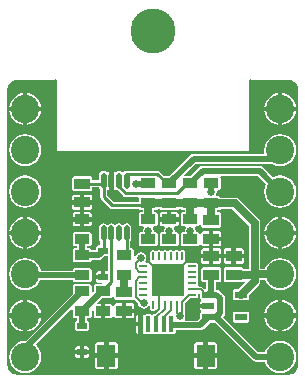
<source format=gtl>
G04 Layer_Physical_Order=1*
G04 Layer_Color=6120410*
%FSAX24Y24*%
%MOIN*%
G70*
G01*
G75*
%ADD10R,0.0531X0.0374*%
%ADD11R,0.0512X0.0335*%
%ADD12R,0.0327X0.0248*%
%ADD13R,0.0413X0.0236*%
%ADD14R,0.0630X0.0748*%
%ADD15R,0.0157X0.0531*%
%ADD16R,0.1055X0.1055*%
%ADD17O,0.0315X0.0079*%
%ADD18O,0.0079X0.0315*%
%ADD19O,0.0190X0.0531*%
%ADD20C,0.0200*%
%ADD21C,0.0100*%
%ADD22C,0.0250*%
%ADD23C,0.0060*%
%ADD24C,0.0150*%
%ADD25C,0.0080*%
%ADD26C,0.0945*%
%ADD27C,0.0250*%
%ADD28C,0.1500*%
G36*
X208056Y137452D02*
X208067D01*
X208078Y137449D01*
X208127Y137447D01*
X208131Y137448D01*
X208135Y137447D01*
X209300Y137447D01*
X209334D01*
X209401Y137434D01*
X209464Y137408D01*
X209521Y137370D01*
X209570Y137321D01*
X209608Y137264D01*
X209634Y137201D01*
X209647Y137134D01*
X209647Y137100D01*
Y127950D01*
Y127916D01*
X209634Y127849D01*
X209608Y127786D01*
X209570Y127729D01*
X209521Y127680D01*
X209464Y127642D01*
X209401Y127616D01*
X209334Y127603D01*
X200266D01*
X200199Y127616D01*
X200136Y127642D01*
X200079Y127680D01*
X200030Y127729D01*
X199992Y127786D01*
X199966Y127849D01*
X199953Y127916D01*
Y127950D01*
Y137100D01*
Y137134D01*
X199966Y137201D01*
X199992Y137264D01*
X200030Y137321D01*
X200079Y137370D01*
X200136Y137408D01*
X200199Y137434D01*
X200265Y137447D01*
X200299Y137447D01*
X200300Y137447D01*
X200300Y137447D01*
X201515D01*
X201519Y137447D01*
X201523Y137447D01*
X201550Y137448D01*
X201594Y137416D01*
X201600Y137407D01*
X201600Y135050D01*
X208000Y135050D01*
X208000Y137424D01*
X208039Y137455D01*
X208056Y137452D01*
D02*
G37*
%LPC*%
G36*
X200475Y130105D02*
X200411Y130097D01*
X200281Y130043D01*
X200170Y129958D01*
X200085Y129846D01*
X200031Y129717D01*
X200023Y129653D01*
X200475D01*
Y130105D01*
D02*
G37*
G36*
X209125D02*
Y129653D01*
X209577D01*
X209569Y129717D01*
X209515Y129846D01*
X209430Y129958D01*
X209319Y130043D01*
X209189Y130097D01*
X209125Y130105D01*
D02*
G37*
G36*
X204116Y129987D02*
X203925D01*
Y129810D01*
X204181D01*
Y129922D01*
X204162Y129968D01*
X204116Y129987D01*
D02*
G37*
G36*
X200625Y130105D02*
Y129653D01*
X201077D01*
X201069Y129717D01*
X201015Y129846D01*
X200930Y129958D01*
X200819Y130043D01*
X200689Y130097D01*
X200625Y130105D01*
D02*
G37*
G36*
X204325Y129631D02*
X204321D01*
X204275Y129612D01*
X204256Y129566D01*
Y129375D01*
X204325D01*
Y129631D01*
D02*
G37*
G36*
X207948Y129709D02*
X207535D01*
X207489Y129690D01*
X207470Y129644D01*
Y129408D01*
X207489Y129362D01*
X207535Y129343D01*
X207948D01*
X207994Y129362D01*
X208013Y129408D01*
Y129644D01*
X207994Y129690D01*
X207948Y129709D01*
D02*
G37*
G36*
X208975Y130105D02*
X208911Y130097D01*
X208781Y130043D01*
X208670Y129958D01*
X208585Y129846D01*
X208531Y129717D01*
X208523Y129653D01*
X208975D01*
Y130105D01*
D02*
G37*
G36*
X204181Y129660D02*
X203925D01*
Y129483D01*
X204116D01*
X204162Y129502D01*
X204181Y129548D01*
Y129660D01*
D02*
G37*
G36*
X203775Y129987D02*
X203584D01*
X203538Y129968D01*
X203519Y129922D01*
Y129886D01*
X203471Y129883D01*
X203452Y129929D01*
X203406Y129948D01*
X203225D01*
Y129715D01*
Y129483D01*
X203406D01*
X203452Y129502D01*
X203471Y129548D01*
X203519D01*
X203538Y129502D01*
X203584Y129483D01*
X203775D01*
Y129735D01*
Y129987D01*
D02*
G37*
G36*
X206675Y131490D02*
X206419D01*
Y131378D01*
X206438Y131332D01*
X206484Y131313D01*
X206675D01*
Y131490D01*
D02*
G37*
G36*
X207831Y131490D02*
X207575D01*
Y131313D01*
X207766D01*
X207812Y131332D01*
X207831Y131378D01*
Y131490D01*
D02*
G37*
G36*
X206675Y131817D02*
X206484D01*
X206438Y131798D01*
X206419Y131752D01*
Y131640D01*
X206675D01*
Y131817D01*
D02*
G37*
G36*
X207081Y131490D02*
X206825D01*
Y131313D01*
X207016D01*
X207062Y131332D01*
X207081Y131378D01*
Y131490D01*
D02*
G37*
G36*
X200550Y131493D02*
X200411Y131475D01*
X200281Y131421D01*
X200170Y131336D01*
X200085Y131224D01*
X200031Y131095D01*
X200013Y130956D01*
X200031Y130817D01*
X200085Y130687D01*
X200170Y130576D01*
X200281Y130491D01*
X200411Y130437D01*
X200550Y130419D01*
X200689Y130437D01*
X200819Y130491D01*
X200930Y130576D01*
X201015Y130687D01*
X201042Y130752D01*
X202129D01*
Y130748D01*
X202148Y130702D01*
X202194Y130683D01*
X202706D01*
X202752Y130702D01*
X202771Y130748D01*
Y131083D01*
X202752Y131129D01*
X202706Y131148D01*
X202194D01*
X202148Y131129D01*
X202129Y131083D01*
Y131078D01*
X201071D01*
X201069Y131095D01*
X201015Y131224D01*
X200930Y131336D01*
X200819Y131421D01*
X200689Y131475D01*
X200550Y131493D01*
D02*
G37*
G36*
X207016Y131817D02*
X206825D01*
Y131640D01*
X207081D01*
Y131752D01*
X207062Y131798D01*
X207016Y131817D01*
D02*
G37*
G36*
X207425Y131490D02*
X207169D01*
Y131378D01*
X207188Y131332D01*
X207234Y131313D01*
X207425D01*
Y131490D01*
D02*
G37*
G36*
X203075Y131050D02*
X202987D01*
X202941Y131031D01*
X202922Y130985D01*
Y130936D01*
X203075D01*
Y131050D01*
D02*
G37*
G36*
X202678Y128286D02*
X202525D01*
Y128172D01*
X202613D01*
X202659Y128191D01*
X202678Y128237D01*
Y128286D01*
D02*
G37*
G36*
X202375D02*
X202222D01*
Y128237D01*
X202241Y128191D01*
X202287Y128172D01*
X202375D01*
Y128286D01*
D02*
G37*
G36*
X203183Y128686D02*
X202943D01*
X202897Y128667D01*
X202878Y128621D01*
Y128322D01*
X203183D01*
Y128686D01*
D02*
G37*
G36*
X206490D02*
X206250D01*
X206204Y128667D01*
X206185Y128621D01*
Y128322D01*
X206490D01*
Y128686D01*
D02*
G37*
G36*
X203638Y128172D02*
X203333D01*
Y127808D01*
X203573D01*
X203619Y127827D01*
X203638Y127873D01*
Y128172D01*
D02*
G37*
G36*
X203183D02*
X202878D01*
Y127873D01*
X202897Y127827D01*
X202943Y127808D01*
X203183D01*
Y128172D01*
D02*
G37*
G36*
X206945D02*
X206640D01*
Y127808D01*
X206880D01*
X206926Y127827D01*
X206945Y127873D01*
Y128172D01*
D02*
G37*
G36*
X206490D02*
X206185D01*
Y127873D01*
X206204Y127827D01*
X206250Y127808D01*
X206490D01*
Y128172D01*
D02*
G37*
G36*
X203573Y128686D02*
X203333D01*
Y128322D01*
X203638D01*
Y128621D01*
X203619Y128667D01*
X203573Y128686D01*
D02*
G37*
G36*
X201077Y129503D02*
X200625D01*
Y129051D01*
X200689Y129059D01*
X200819Y129113D01*
X200930Y129198D01*
X201015Y129309D01*
X201069Y129439D01*
X201077Y129503D01*
D02*
G37*
G36*
X200475D02*
X200023D01*
X200031Y129439D01*
X200085Y129309D01*
X200170Y129198D01*
X200281Y129113D01*
X200411Y129059D01*
X200475Y129051D01*
Y129503D01*
D02*
G37*
G36*
X209577Y129503D02*
X209125D01*
Y129051D01*
X209189Y129059D01*
X209319Y129113D01*
X209430Y129198D01*
X209515Y129309D01*
X209569Y129439D01*
X209577Y129503D01*
D02*
G37*
G36*
X208975D02*
X208523D01*
X208531Y129439D01*
X208585Y129309D01*
X208670Y129198D01*
X208781Y129113D01*
X208911Y129059D01*
X208975Y129051D01*
Y129503D01*
D02*
G37*
G36*
X202375Y128550D02*
X202287D01*
X202241Y128531D01*
X202222Y128485D01*
Y128436D01*
X202375D01*
Y128550D01*
D02*
G37*
G36*
X206880Y128686D02*
X206640D01*
Y128322D01*
X206945D01*
Y128621D01*
X206926Y128667D01*
X206880Y128686D01*
D02*
G37*
G36*
X204325Y129225D02*
X204256D01*
Y129034D01*
X204275Y128988D01*
X204321Y128969D01*
X204325D01*
Y129225D01*
D02*
G37*
G36*
X202613Y128550D02*
X202525D01*
Y128436D01*
X202678D01*
Y128485D01*
X202659Y128531D01*
X202613Y128550D01*
D02*
G37*
G36*
X207425Y131817D02*
X207234D01*
X207188Y131798D01*
X207169Y131752D01*
Y131640D01*
X207425D01*
Y131817D01*
D02*
G37*
G36*
X202375Y133602D02*
X202184D01*
X202138Y133583D01*
X202119Y133537D01*
Y133425D01*
X202375D01*
Y133602D01*
D02*
G37*
G36*
X200550Y134249D02*
X200411Y134231D01*
X200281Y134177D01*
X200170Y134092D01*
X200085Y133980D01*
X200031Y133851D01*
X200013Y133712D01*
X200031Y133573D01*
X200085Y133443D01*
X200170Y133332D01*
X200281Y133247D01*
X200411Y133193D01*
X200550Y133175D01*
X200689Y133193D01*
X200819Y133247D01*
X200930Y133332D01*
X201015Y133443D01*
X201069Y133573D01*
X201087Y133712D01*
X201069Y133851D01*
X201015Y133980D01*
X200930Y134092D01*
X200819Y134177D01*
X200689Y134231D01*
X200550Y134249D01*
D02*
G37*
G36*
Y135627D02*
X200411Y135609D01*
X200281Y135555D01*
X200170Y135470D01*
X200085Y135358D01*
X200031Y135229D01*
X200013Y135090D01*
X200031Y134951D01*
X200085Y134821D01*
X200170Y134710D01*
X200281Y134625D01*
X200411Y134571D01*
X200550Y134553D01*
X200689Y134571D01*
X200819Y134625D01*
X200930Y134710D01*
X201015Y134821D01*
X201069Y134951D01*
X201087Y135090D01*
X201069Y135229D01*
X201015Y135358D01*
X200930Y135470D01*
X200819Y135555D01*
X200689Y135609D01*
X200550Y135627D01*
D02*
G37*
G36*
X202716Y133602D02*
X202525D01*
Y133425D01*
X202781D01*
Y133537D01*
X202762Y133583D01*
X202716Y133602D01*
D02*
G37*
G36*
X202706Y133017D02*
X202525D01*
Y132860D01*
X202771D01*
Y132952D01*
X202752Y132998D01*
X202706Y133017D01*
D02*
G37*
G36*
X205606D02*
X205425D01*
Y132860D01*
X205671D01*
Y132952D01*
X205652Y132998D01*
X205606Y133017D01*
D02*
G37*
G36*
X202781Y133275D02*
X202525D01*
Y133098D01*
X202716D01*
X202762Y133117D01*
X202781Y133163D01*
Y133275D01*
D02*
G37*
G36*
X202375D02*
X202119D01*
Y133163D01*
X202138Y133117D01*
X202184Y133098D01*
X202375D01*
Y133275D01*
D02*
G37*
G36*
X209050Y135627D02*
X208911Y135609D01*
X208781Y135555D01*
X208670Y135470D01*
X208585Y135358D01*
X208531Y135229D01*
X208513Y135090D01*
X208525Y135001D01*
X208492Y134963D01*
X206165D01*
X206103Y134951D01*
X206050Y134915D01*
X205352Y134217D01*
X205192D01*
X205029Y134379D01*
X204993Y134404D01*
X204950Y134412D01*
X204950Y134412D01*
X203966D01*
X203966Y134412D01*
X203923Y134404D01*
X203921Y134402D01*
X203873Y134393D01*
X203822Y134358D01*
X203790D01*
X203738Y134393D01*
X203678Y134405D01*
X203617Y134393D01*
X203585Y134371D01*
X203550Y134363D01*
X203515Y134371D01*
X203497Y134383D01*
Y134076D01*
Y133769D01*
X203515Y133781D01*
X203550Y133789D01*
X203585Y133781D01*
X203617Y133759D01*
X203635Y133756D01*
X203820Y133571D01*
X203820Y133571D01*
X203856Y133546D01*
X203899Y133538D01*
X204298D01*
X204331Y133488D01*
X204329Y133483D01*
Y133362D01*
X203505D01*
X203278Y133589D01*
Y133758D01*
X203328Y133781D01*
X203347Y133769D01*
Y134076D01*
Y134383D01*
X203310Y134358D01*
X203278D01*
X203227Y134393D01*
X203166Y134405D01*
X203106Y134393D01*
X203054Y134358D01*
X203020Y134307D01*
X203008Y134247D01*
Y134092D01*
X202781D01*
Y134167D01*
X202762Y134213D01*
X202716Y134232D01*
X202184D01*
X202138Y134213D01*
X202119Y134167D01*
Y133793D01*
X202138Y133747D01*
X202184Y133728D01*
X202716D01*
X202762Y133747D01*
X202781Y133793D01*
Y133868D01*
X203016D01*
X203020Y133845D01*
X203054Y133794D01*
Y133542D01*
X203054Y133542D01*
X203063Y133500D01*
X203087Y133463D01*
X203379Y133171D01*
X203416Y133146D01*
X203459Y133138D01*
X203459Y133138D01*
X204333D01*
X204348Y133102D01*
X204394Y133083D01*
X204461D01*
Y133017D01*
X204394D01*
X204348Y132998D01*
X204329Y132952D01*
Y132617D01*
X204348Y132571D01*
X204394Y132552D01*
X204469D01*
X204496Y132502D01*
X204476Y132472D01*
X204461Y132400D01*
X204464Y132386D01*
X204432Y132348D01*
X204394D01*
X204348Y132329D01*
X204329Y132283D01*
Y131948D01*
X204348Y131902D01*
X204394Y131883D01*
X204906D01*
X204952Y131902D01*
X204971Y131948D01*
Y132283D01*
X204952Y132329D01*
X204906Y132348D01*
X204868D01*
X204836Y132386D01*
X204839Y132400D01*
X204824Y132472D01*
X204804Y132502D01*
X204831Y132552D01*
X204906D01*
X204952Y132571D01*
X204971Y132617D01*
Y132952D01*
X204952Y132998D01*
X204906Y133017D01*
X204839D01*
Y133083D01*
X204906D01*
X204952Y133102D01*
X204962Y133127D01*
X205038D01*
X205048Y133102D01*
X205094Y133083D01*
X205606D01*
X205652Y133102D01*
X205662Y133127D01*
X205738D01*
X205748Y133102D01*
X205794Y133083D01*
X205861D01*
Y133017D01*
X205794D01*
X205748Y132998D01*
X205729Y132952D01*
Y132617D01*
X205748Y132571D01*
X205794Y132552D01*
X205869D01*
X205896Y132502D01*
X205876Y132472D01*
X205861Y132400D01*
X205864Y132386D01*
X205832Y132348D01*
X205794D01*
X205748Y132329D01*
X205729Y132283D01*
Y131948D01*
X205748Y131902D01*
X205794Y131883D01*
X206306D01*
X206352Y131902D01*
X206371Y131948D01*
X206419Y131948D01*
X206438Y131902D01*
X206484Y131883D01*
X206675D01*
Y132135D01*
Y132387D01*
X206484D01*
X206438Y132368D01*
X206419Y132322D01*
Y132286D01*
X206371Y132283D01*
X206352Y132329D01*
X206306Y132348D01*
X206268D01*
X206236Y132386D01*
X206239Y132400D01*
X206224Y132472D01*
X206204Y132502D01*
X206231Y132552D01*
X206306D01*
X206352Y132571D01*
X206371Y132617D01*
X206419Y132614D01*
Y132578D01*
X206438Y132532D01*
X206484Y132513D01*
X207016D01*
X207062Y132532D01*
X207081Y132578D01*
Y132952D01*
X207062Y132998D01*
X207016Y133017D01*
X206939D01*
Y133083D01*
X207006D01*
X207052Y133102D01*
X207062Y133127D01*
X207457D01*
X208011Y132572D01*
Y131124D01*
X207830D01*
X207812Y131168D01*
X207766Y131187D01*
X207234D01*
X207188Y131168D01*
X207169Y131122D01*
Y130748D01*
X207188Y130702D01*
X207234Y130683D01*
X207766D01*
X207812Y130702D01*
X207830Y130746D01*
X207882D01*
X207901Y130700D01*
X207658Y130457D01*
X207535D01*
X207489Y130438D01*
X207470Y130392D01*
Y130156D01*
X207489Y130110D01*
X207535Y130091D01*
X207713D01*
X207741Y130085D01*
X207769Y130091D01*
X207948D01*
X207994Y130110D01*
X208013Y130156D01*
Y130279D01*
X208333Y130599D01*
X208374Y130660D01*
X208389Y130733D01*
Y130767D01*
X208552D01*
X208585Y130687D01*
X208670Y130576D01*
X208781Y130491D01*
X208911Y130437D01*
X209050Y130419D01*
X209189Y130437D01*
X209319Y130491D01*
X209430Y130576D01*
X209515Y130687D01*
X209569Y130817D01*
X209587Y130956D01*
X209569Y131095D01*
X209515Y131224D01*
X209430Y131336D01*
X209319Y131421D01*
X209189Y131475D01*
X209050Y131493D01*
X208911Y131475D01*
X208781Y131421D01*
X208670Y131336D01*
X208585Y131224D01*
X208552Y131145D01*
X208389D01*
Y132650D01*
X208374Y132722D01*
X208333Y132783D01*
X207668Y133449D01*
X207607Y133490D01*
X207535Y133504D01*
X207062D01*
X207052Y133529D01*
X207006Y133548D01*
X206931D01*
X206904Y133598D01*
X206924Y133628D01*
X206939Y133700D01*
X206936Y133714D01*
X206968Y133752D01*
X207006D01*
X207052Y133771D01*
X207071Y133817D01*
Y134152D01*
X207056Y134187D01*
X207078Y134237D01*
X208294D01*
X208575Y133956D01*
X208531Y133851D01*
X208513Y133712D01*
X208531Y133573D01*
X208585Y133443D01*
X208670Y133332D01*
X208781Y133247D01*
X208911Y133193D01*
X209050Y133175D01*
X209189Y133193D01*
X209319Y133247D01*
X209430Y133332D01*
X209515Y133443D01*
X209569Y133573D01*
X209587Y133712D01*
X209569Y133851D01*
X209515Y133980D01*
X209430Y134092D01*
X209319Y134177D01*
X209189Y134231D01*
X209050Y134249D01*
X208911Y134231D01*
X208806Y134187D01*
X208477Y134515D01*
X208424Y134551D01*
X208362Y134563D01*
X206465D01*
X206403Y134551D01*
X206350Y134515D01*
X206052Y134217D01*
X205878D01*
X205859Y134263D01*
X206233Y134637D01*
X208760D01*
X208764Y134638D01*
X208781Y134625D01*
X208911Y134571D01*
X209050Y134553D01*
X209189Y134571D01*
X209319Y134625D01*
X209430Y134710D01*
X209515Y134821D01*
X209569Y134951D01*
X209587Y135090D01*
X209569Y135229D01*
X209515Y135358D01*
X209430Y135470D01*
X209319Y135555D01*
X209189Y135609D01*
X209050Y135627D01*
D02*
G37*
G36*
X209125Y136995D02*
Y136543D01*
X209577D01*
X209569Y136607D01*
X209515Y136736D01*
X209430Y136847D01*
X209319Y136933D01*
X209189Y136986D01*
X209125Y136995D01*
D02*
G37*
G36*
X208975Y136995D02*
X208911Y136986D01*
X208781Y136933D01*
X208670Y136847D01*
X208585Y136736D01*
X208531Y136607D01*
X208523Y136543D01*
X208975D01*
Y136995D01*
D02*
G37*
G36*
X200625Y136995D02*
Y136543D01*
X201077D01*
X201069Y136607D01*
X201015Y136736D01*
X200930Y136847D01*
X200819Y136933D01*
X200689Y136986D01*
X200625Y136995D01*
D02*
G37*
G36*
X200475D02*
X200411Y136986D01*
X200281Y136933D01*
X200170Y136847D01*
X200085Y136736D01*
X200031Y136607D01*
X200023Y136543D01*
X200475D01*
Y136995D01*
D02*
G37*
G36*
X201077Y136393D02*
X200625D01*
Y135941D01*
X200689Y135949D01*
X200819Y136003D01*
X200930Y136088D01*
X201015Y136199D01*
X201069Y136329D01*
X201077Y136393D01*
D02*
G37*
G36*
X200475D02*
X200023D01*
X200031Y136329D01*
X200085Y136199D01*
X200170Y136088D01*
X200281Y136003D01*
X200411Y135949D01*
X200475Y135941D01*
Y136393D01*
D02*
G37*
G36*
X209577Y136393D02*
X209125D01*
Y135941D01*
X209189Y135949D01*
X209319Y136003D01*
X209430Y136088D01*
X209515Y136199D01*
X209569Y136329D01*
X209577Y136393D01*
D02*
G37*
G36*
X208975D02*
X208523D01*
X208531Y136329D01*
X208585Y136199D01*
X208670Y136088D01*
X208781Y136003D01*
X208911Y135949D01*
X208975Y135941D01*
Y136393D01*
D02*
G37*
G36*
X202375Y133017D02*
X202194D01*
X202148Y132998D01*
X202129Y132952D01*
Y132860D01*
X202375D01*
Y133017D01*
D02*
G37*
G36*
X207081Y132060D02*
X206825D01*
Y131883D01*
X207016D01*
X207062Y131902D01*
X207081Y131948D01*
Y132060D01*
D02*
G37*
G36*
X209577Y132259D02*
X209125D01*
Y131807D01*
X209189Y131815D01*
X209319Y131869D01*
X209430Y131954D01*
X209515Y132065D01*
X209569Y132195D01*
X209577Y132259D01*
D02*
G37*
G36*
X207016Y132387D02*
X206825D01*
Y132210D01*
X207081D01*
Y132322D01*
X207062Y132368D01*
X207016Y132387D01*
D02*
G37*
G36*
X205671Y132710D02*
X205350D01*
X205029D01*
Y132617D01*
X205048Y132571D01*
X205094Y132552D01*
X205169D01*
X205196Y132502D01*
X205176Y132472D01*
X205161Y132400D01*
X205164Y132386D01*
X205132Y132348D01*
X205094D01*
X205048Y132329D01*
X205029Y132283D01*
Y131948D01*
X205048Y131902D01*
X205094Y131883D01*
X205606D01*
X205652Y131902D01*
X205671Y131948D01*
Y132283D01*
X205652Y132329D01*
X205606Y132348D01*
X205568D01*
X205536Y132386D01*
X205539Y132400D01*
X205524Y132472D01*
X205504Y132502D01*
X205531Y132552D01*
X205606D01*
X205652Y132571D01*
X205671Y132617D01*
Y132710D01*
D02*
G37*
G36*
X200475Y132259D02*
X200023D01*
X200031Y132195D01*
X200085Y132065D01*
X200170Y131954D01*
X200281Y131869D01*
X200411Y131815D01*
X200475Y131807D01*
Y132259D01*
D02*
G37*
G36*
X207766Y131817D02*
X207575D01*
Y131640D01*
X207831D01*
Y131752D01*
X207812Y131798D01*
X207766Y131817D01*
D02*
G37*
G36*
X208975Y132259D02*
X208523D01*
X208531Y132195D01*
X208585Y132065D01*
X208670Y131954D01*
X208781Y131869D01*
X208911Y131815D01*
X208975Y131807D01*
Y132259D01*
D02*
G37*
G36*
X201077Y132259D02*
X200625D01*
Y131807D01*
X200689Y131815D01*
X200819Y131869D01*
X200930Y131954D01*
X201015Y132065D01*
X201069Y132195D01*
X201077Y132259D01*
D02*
G37*
G36*
X208975Y132861D02*
X208911Y132853D01*
X208781Y132799D01*
X208670Y132714D01*
X208585Y132602D01*
X208531Y132473D01*
X208523Y132409D01*
X208975D01*
Y132861D01*
D02*
G37*
G36*
X202771Y132710D02*
X202525D01*
Y132552D01*
X202706D01*
X202752Y132571D01*
X202771Y132617D01*
Y132710D01*
D02*
G37*
G36*
X203934Y132653D02*
X203873Y132641D01*
X203822Y132607D01*
X203790D01*
X203738Y132641D01*
X203678Y132653D01*
X203617Y132641D01*
X203585Y132619D01*
X203550Y132611D01*
X203515Y132619D01*
X203483Y132641D01*
X203422Y132653D01*
X203362Y132641D01*
X203310Y132607D01*
X203278D01*
X203227Y132641D01*
X203166Y132653D01*
X203106Y132641D01*
X203054Y132607D01*
X203020Y132555D01*
X203008Y132495D01*
Y132153D01*
X203020Y132093D01*
X203054Y132042D01*
Y131928D01*
X202987D01*
X202941Y131909D01*
X202922Y131863D01*
Y131748D01*
X202771D01*
Y131752D01*
X202752Y131798D01*
X202706Y131817D01*
X202613D01*
Y131883D01*
X202706D01*
X202752Y131902D01*
X202771Y131948D01*
Y132283D01*
X202752Y132329D01*
X202706Y132348D01*
X202194D01*
X202148Y132329D01*
X202129Y132283D01*
Y131948D01*
X202148Y131902D01*
X202194Y131883D01*
X202287D01*
Y131817D01*
X202194D01*
X202148Y131798D01*
X202129Y131752D01*
Y131417D01*
X202148Y131371D01*
X202194Y131352D01*
X202706D01*
X202752Y131371D01*
X202771Y131417D01*
Y131422D01*
X202996D01*
X203058Y131434D01*
X203111Y131469D01*
X203192Y131550D01*
X203311D01*
Y131050D01*
X203225D01*
Y130861D01*
X203150D01*
Y130786D01*
X202922D01*
Y130737D01*
X202941Y130691D01*
X202987Y130672D01*
X203127D01*
X203154Y130622D01*
X203150Y130617D01*
X202894D01*
X202848Y130598D01*
X202829Y130552D01*
Y130362D01*
X202821Y130357D01*
X202771Y130383D01*
Y130552D01*
X202752Y130598D01*
X202706Y130617D01*
X202194D01*
X202148Y130598D01*
X202129Y130552D01*
Y130295D01*
X200569Y128735D01*
X200550Y128737D01*
X200411Y128719D01*
X200281Y128665D01*
X200170Y128580D01*
X200085Y128469D01*
X200031Y128339D01*
X200013Y128200D01*
X200031Y128061D01*
X200085Y127931D01*
X200170Y127820D01*
X200281Y127735D01*
X200411Y127681D01*
X200550Y127663D01*
X200689Y127681D01*
X200819Y127735D01*
X200930Y127820D01*
X201015Y127931D01*
X201069Y128061D01*
X201087Y128200D01*
X201069Y128339D01*
X201015Y128469D01*
X200930Y128580D01*
X200929Y128580D01*
X200926Y128630D01*
X202083Y129787D01*
X202129Y129768D01*
Y129548D01*
X202148Y129502D01*
X202194Y129483D01*
X202287D01*
Y129428D01*
X202287D01*
X202241Y129409D01*
X202222Y129363D01*
Y129115D01*
X202241Y129069D01*
X202287Y129050D01*
X202613D01*
X202659Y129069D01*
X202678Y129115D01*
Y129363D01*
X202659Y129409D01*
X202613Y129428D01*
X202613D01*
Y129483D01*
X202706D01*
X202752Y129502D01*
X202771Y129548D01*
Y129768D01*
X202779Y129774D01*
X202829Y129747D01*
Y129548D01*
X202848Y129502D01*
X202894Y129483D01*
X203075D01*
Y129715D01*
Y129948D01*
X202978D01*
X202959Y129994D01*
X203118Y130152D01*
X203406D01*
X203452Y130171D01*
X203471Y130217D01*
X203519Y130214D01*
Y130178D01*
X203538Y130132D01*
X203584Y130113D01*
X204116D01*
X204162Y130132D01*
X204207Y130112D01*
X204313Y130007D01*
X204311Y130000D01*
X204326Y129928D01*
X204367Y129867D01*
X204428Y129826D01*
X204500Y129811D01*
X204572Y129826D01*
X204633Y129867D01*
X204657Y129901D01*
X204707Y129886D01*
Y129825D01*
X204714Y129786D01*
X204736Y129753D01*
X204769Y129731D01*
X204808Y129723D01*
X204847Y129731D01*
X204880Y129753D01*
X204933D01*
X204942Y129747D01*
X204953Y129687D01*
X204897Y129631D01*
X204833D01*
X204787Y129612D01*
X204781Y129612D01*
X204735Y129631D01*
X204577D01*
X204531Y129612D01*
X204525Y129612D01*
X204479Y129631D01*
X204475D01*
Y129300D01*
Y128969D01*
X204479D01*
X204525Y128988D01*
X204531Y128988D01*
X204577Y128969D01*
X204735D01*
X204781Y128988D01*
X204787Y128988D01*
X204833Y128969D01*
X204991D01*
X205036Y128988D01*
X205043Y128988D01*
X205089Y128969D01*
X205246D01*
X205292Y128988D01*
X205299Y128988D01*
X205345Y128969D01*
X205502D01*
X205548Y128988D01*
X205567Y129034D01*
Y129087D01*
X206383D01*
X206445Y129099D01*
X206498Y129135D01*
X206706Y129343D01*
X206865D01*
X206875Y129347D01*
X208137Y128085D01*
X208190Y128049D01*
X208252Y128037D01*
X208252Y128037D01*
X208541D01*
X208585Y127931D01*
X208670Y127820D01*
X208781Y127735D01*
X208911Y127681D01*
X209050Y127663D01*
X209189Y127681D01*
X209319Y127735D01*
X209430Y127820D01*
X209515Y127931D01*
X209569Y128061D01*
X209587Y128200D01*
X209569Y128339D01*
X209515Y128469D01*
X209430Y128580D01*
X209319Y128665D01*
X209189Y128719D01*
X209050Y128737D01*
X208911Y128719D01*
X208781Y128665D01*
X208670Y128580D01*
X208585Y128469D01*
X208541Y128363D01*
X208320D01*
X207157Y129526D01*
X207165Y129535D01*
X207201Y129588D01*
X207213Y129650D01*
Y130150D01*
X207201Y130212D01*
X207165Y130265D01*
X207041Y130389D01*
X206988Y130425D01*
X206926Y130437D01*
X206913D01*
Y130683D01*
X207016D01*
X207062Y130702D01*
X207081Y130748D01*
Y131122D01*
X207062Y131168D01*
X207016Y131187D01*
X206484D01*
X206438Y131168D01*
X206419Y131122D01*
Y130748D01*
X206438Y130702D01*
X206484Y130683D01*
X206587D01*
Y130457D01*
X206523D01*
X206460Y130520D01*
X206430Y130540D01*
X206395Y130546D01*
X206330D01*
X206330Y130547D01*
X206308Y130596D01*
X206319Y130613D01*
X206327Y130652D01*
X206319Y130690D01*
X206297Y130723D01*
Y130777D01*
X206319Y130810D01*
X206327Y130848D01*
X206319Y130887D01*
X206297Y130920D01*
Y130974D01*
X206319Y131006D01*
X206327Y131045D01*
X206319Y131084D01*
X206297Y131117D01*
Y131170D01*
X206319Y131203D01*
X206327Y131242D01*
X206319Y131281D01*
X206297Y131314D01*
X206264Y131336D01*
X206225Y131343D01*
X205989D01*
X205950Y131336D01*
X205929Y131321D01*
X205873Y131323D01*
X205871Y131379D01*
X205886Y131400D01*
X205893Y131439D01*
Y131675D01*
X205886Y131714D01*
X205864Y131747D01*
X205831Y131769D01*
X205792Y131777D01*
X205753Y131769D01*
X205720Y131747D01*
X205667D01*
X205634Y131769D01*
X205595Y131777D01*
X205557Y131769D01*
X205524Y131747D01*
X205470D01*
X205437Y131769D01*
X205398Y131777D01*
X205360Y131769D01*
X205327Y131747D01*
X205273D01*
X205240Y131769D01*
X205202Y131777D01*
X205163Y131769D01*
X205130Y131747D01*
X205076D01*
X205044Y131769D01*
X205005Y131777D01*
X204966Y131769D01*
X204933Y131747D01*
X204880D01*
X204847Y131769D01*
X204808Y131777D01*
X204769Y131769D01*
X204736Y131747D01*
X204714Y131714D01*
X204707Y131675D01*
Y131439D01*
X204714Y131400D01*
X204729Y131379D01*
X204727Y131323D01*
X204671Y131321D01*
X204650Y131336D01*
X204611Y131343D01*
X204578D01*
X204551Y131393D01*
X204574Y131428D01*
X204589Y131500D01*
X204574Y131572D01*
X204533Y131633D01*
X204472Y131674D01*
X204400Y131689D01*
X204328Y131674D01*
X204267Y131633D01*
X204226Y131572D01*
X204221Y131548D01*
X204171Y131553D01*
Y131752D01*
X204152Y131798D01*
X204106Y131817D01*
X204046D01*
Y132042D01*
X204080Y132093D01*
X204092Y132153D01*
Y132495D01*
X204080Y132555D01*
X204046Y132607D01*
X203994Y132641D01*
X203934Y132653D01*
D02*
G37*
G36*
X205275Y133017D02*
X205094D01*
X205048Y132998D01*
X205029Y132952D01*
Y132860D01*
X205275D01*
Y133017D01*
D02*
G37*
G36*
X202375Y132710D02*
X202129D01*
Y132617D01*
X202148Y132571D01*
X202194Y132552D01*
X202375D01*
Y132710D01*
D02*
G37*
G36*
X209125Y132861D02*
Y132409D01*
X209577D01*
X209569Y132473D01*
X209515Y132602D01*
X209430Y132714D01*
X209319Y132799D01*
X209189Y132853D01*
X209125Y132861D01*
D02*
G37*
G36*
X200475D02*
X200411Y132853D01*
X200281Y132799D01*
X200170Y132714D01*
X200085Y132602D01*
X200031Y132473D01*
X200023Y132409D01*
X200475D01*
Y132861D01*
D02*
G37*
G36*
X200625D02*
Y132409D01*
X201077D01*
X201069Y132473D01*
X201015Y132602D01*
X200930Y132714D01*
X200819Y132799D01*
X200689Y132853D01*
X200625Y132861D01*
D02*
G37*
%LPD*%
G36*
X206387Y130298D02*
Y130156D01*
X206406Y130110D01*
X206406Y130064D01*
X206387Y130018D01*
Y129975D01*
X206659D01*
Y129825D01*
X206387D01*
Y129782D01*
X206406Y129736D01*
X206406Y129690D01*
X206387Y129644D01*
Y129485D01*
X206315Y129413D01*
X205891D01*
X205864Y129463D01*
X205874Y129478D01*
X205889Y129550D01*
X205877Y129608D01*
X205884Y129642D01*
Y129783D01*
X205886Y129786D01*
X205893Y129825D01*
Y130014D01*
X206036Y130157D01*
X206225D01*
X206264Y130164D01*
X206297Y130186D01*
X206319Y130219D01*
X206327Y130258D01*
X206320Y130288D01*
X206330Y130312D01*
X206345Y130335D01*
X206387Y130298D01*
D02*
G37*
D10*
X207500Y130935D02*
D03*
Y131565D02*
D03*
X202450Y133350D02*
D03*
Y133980D02*
D03*
X203850Y129735D02*
D03*
Y130365D02*
D03*
X206750Y130935D02*
D03*
Y131565D02*
D03*
Y132765D02*
D03*
Y132135D02*
D03*
D11*
X202450Y131585D02*
D03*
Y130915D02*
D03*
X203850Y130915D02*
D03*
Y131585D02*
D03*
X202450Y129715D02*
D03*
Y130385D02*
D03*
X206050Y132115D02*
D03*
Y132785D02*
D03*
X204650Y133985D02*
D03*
Y133315D02*
D03*
Y132115D02*
D03*
Y132785D02*
D03*
X205350Y132115D02*
D03*
Y132785D02*
D03*
Y133985D02*
D03*
Y133315D02*
D03*
X206050Y133985D02*
D03*
Y133315D02*
D03*
X206750Y133985D02*
D03*
Y133315D02*
D03*
X202450Y132785D02*
D03*
Y132115D02*
D03*
X203150Y129715D02*
D03*
Y130385D02*
D03*
D12*
Y131739D02*
D03*
Y130861D02*
D03*
X202450Y129239D02*
D03*
Y128361D02*
D03*
D13*
X206659Y130274D02*
D03*
Y129900D02*
D03*
Y129526D02*
D03*
X207741D02*
D03*
Y130274D02*
D03*
D14*
X206565Y128247D02*
D03*
X203258D02*
D03*
D15*
X205424Y129300D02*
D03*
X205168D02*
D03*
X204912D02*
D03*
X204656D02*
D03*
X204400D02*
D03*
D16*
X205300Y130750D02*
D03*
D17*
X204493Y130258D02*
D03*
Y130455D02*
D03*
Y130652D02*
D03*
Y130848D02*
D03*
Y131045D02*
D03*
Y131242D02*
D03*
X206107D02*
D03*
Y131045D02*
D03*
Y130848D02*
D03*
Y130652D02*
D03*
Y130455D02*
D03*
Y130258D02*
D03*
D18*
X204808Y131557D02*
D03*
X205005D02*
D03*
X205202D02*
D03*
X205398D02*
D03*
X205595D02*
D03*
X205792D02*
D03*
Y129943D02*
D03*
X205595D02*
D03*
X205398D02*
D03*
X205202D02*
D03*
X205005D02*
D03*
X204808D02*
D03*
D19*
X203934Y134076D02*
D03*
X203678D02*
D03*
X203422D02*
D03*
X203166D02*
D03*
X203934Y132324D02*
D03*
X203678D02*
D03*
X203422D02*
D03*
X203166D02*
D03*
D20*
X208362Y134400D02*
X209050Y133712D01*
X206465Y134400D02*
X208362D01*
X206050Y133985D02*
X206465Y134400D01*
X208975Y135165D02*
X209100Y135290D01*
X200450Y128385D02*
X202450Y130385D01*
X200450Y128300D02*
Y128385D01*
Y128300D02*
X200550Y128200D01*
X200560Y131156D02*
X200655Y131061D01*
X200591Y130915D02*
X202450D01*
X200550Y130956D02*
X200591Y130915D01*
X206165Y134800D02*
X208760D01*
X209050Y135090D01*
Y128400D02*
X209101D01*
X208252Y128200D02*
X209050D01*
X206926Y129526D02*
X208252Y128200D01*
X205474Y129250D02*
X206383D01*
X206659Y129526D01*
X206926D01*
X206926Y130274D02*
X207050Y130150D01*
Y129650D02*
Y130150D01*
X206926Y129526D02*
X207050Y129650D01*
X206659Y130274D02*
X206926D01*
X206659D02*
X206750Y130365D01*
Y130935D01*
X205350Y132115D02*
Y132400D01*
X206050Y132115D02*
Y132400D01*
X204650Y132115D02*
Y132400D01*
X204615Y133950D02*
X204650Y133985D01*
X204250Y133950D02*
X204615D01*
X202450Y129715D02*
X203119Y130385D01*
X202450Y129239D02*
Y129715D01*
Y131585D02*
Y132115D01*
Y131585D02*
X202996D01*
X203150Y131739D01*
X205350Y133985D02*
X206165Y134800D01*
X203119Y130385D02*
X203150D01*
X206750Y133700D02*
Y133985D01*
D21*
X203934Y134284D02*
X203950D01*
X202450Y133980D02*
X203166D01*
X203422Y132324D02*
X203423Y132323D01*
Y130690D02*
Y132323D01*
X203150Y130417D02*
X203423Y130690D01*
X203150Y130385D02*
Y130417D01*
X203166Y131755D02*
Y132324D01*
X203150Y131739D02*
X203166Y131755D01*
X203934Y131669D02*
Y132324D01*
X203850Y131585D02*
X203934Y131669D01*
X205600Y133650D02*
X205935Y133985D01*
X206050D01*
X204950Y134300D02*
X205265Y133985D01*
X205350D01*
X203934Y134076D02*
Y134284D01*
X203966Y134300D02*
X204950D01*
X203950Y134284D02*
X203966Y134300D01*
X203166Y133980D02*
Y134076D01*
X203899Y133650D02*
X205600D01*
X203678Y133871D02*
Y134076D01*
Y133871D02*
X203899Y133650D01*
X204585Y133250D02*
X204650Y133315D01*
X203422Y133678D02*
Y134076D01*
Y133678D02*
X203550Y133550D01*
X203166Y133542D02*
Y133980D01*
Y133542D02*
X203459Y133250D01*
X204585D01*
D22*
X208200Y130950D02*
X208206Y130956D01*
X209050D01*
X208200Y130950D02*
Y132650D01*
X204650Y132785D02*
Y133315D01*
X207741Y130274D02*
X208200Y130733D01*
X207500Y130935D02*
X208185D01*
X208200Y130950D01*
Y130733D02*
Y130950D01*
X203850Y130365D02*
Y130915D01*
X207535Y133315D02*
X208200Y132650D01*
X206750Y133315D02*
X207535D01*
X206050D02*
X206750D01*
X205350D02*
X206050D01*
Y132785D02*
Y133315D01*
X206750Y132765D02*
Y133315D01*
X204650D02*
X205350D01*
D23*
X205300Y130750D02*
X206150Y131600D01*
X205595Y129655D02*
Y129943D01*
Y129655D02*
X205700Y129550D01*
X205792Y129642D01*
X205398Y129748D02*
Y129943D01*
X205168Y129518D02*
X205398Y129748D01*
X205168Y129300D02*
Y129518D01*
X206008Y130258D02*
X206107D01*
X205792Y130042D02*
X206008Y130258D01*
X205792Y129943D02*
Y130042D01*
X204650Y131400D02*
X205300Y130750D01*
X205792Y129642D02*
Y129943D01*
X206576Y130274D02*
X206659D01*
X206395Y130455D02*
X206576Y130274D01*
X206107Y130455D02*
X206395D01*
X204355Y131045D02*
X204493D01*
X204245Y131155D02*
X204355Y131045D01*
X204348Y130848D02*
X204493D01*
X204245Y130745D02*
X204348Y130848D01*
X205005Y130455D02*
X205300Y130750D01*
X204912Y129300D02*
Y129516D01*
X205202Y129806D01*
Y129943D01*
X204245Y130204D02*
Y130745D01*
Y130204D02*
X204450Y130000D01*
X204500D01*
X204245Y131155D02*
Y131345D01*
X204400Y131500D01*
D24*
X205424Y129300D02*
X205474Y129250D01*
D25*
X205005Y129943D02*
Y130455D01*
Y129793D02*
Y129943D01*
X204898Y129685D02*
X205005Y129793D01*
X204496Y129685D02*
X204898D01*
X204432Y129750D02*
X204496Y129685D01*
X204400Y129718D02*
X204432Y129750D01*
X204400Y129300D02*
Y129718D01*
D26*
X200550Y132334D02*
D03*
Y136468D02*
D03*
Y135090D02*
D03*
Y133712D02*
D03*
X209050Y133712D02*
D03*
Y135090D02*
D03*
Y130956D02*
D03*
Y128200D02*
D03*
Y136468D02*
D03*
Y132334D02*
D03*
X200550Y130956D02*
D03*
Y128200D02*
D03*
Y129578D02*
D03*
X209050Y129578D02*
D03*
D27*
X204830Y128700D02*
D03*
X205700Y129550D02*
D03*
X206130Y129790D02*
D03*
X204250Y133950D02*
D03*
X204650Y132400D02*
D03*
X205350D02*
D03*
X206050D02*
D03*
X206150Y131600D02*
D03*
X202300Y127850D02*
D03*
X205650Y128700D02*
D03*
X203550Y133550D02*
D03*
X204500Y130000D02*
D03*
X204400Y131500D02*
D03*
X207150Y133650D02*
D03*
X206750Y133700D02*
D03*
X202000Y134500D02*
D03*
X203000Y129000D02*
D03*
X203500Y133000D02*
D03*
X204000Y129000D02*
D03*
X207500Y128000D02*
D03*
X209000Y133000D02*
D03*
D28*
X204800Y139050D02*
D03*
M02*

</source>
